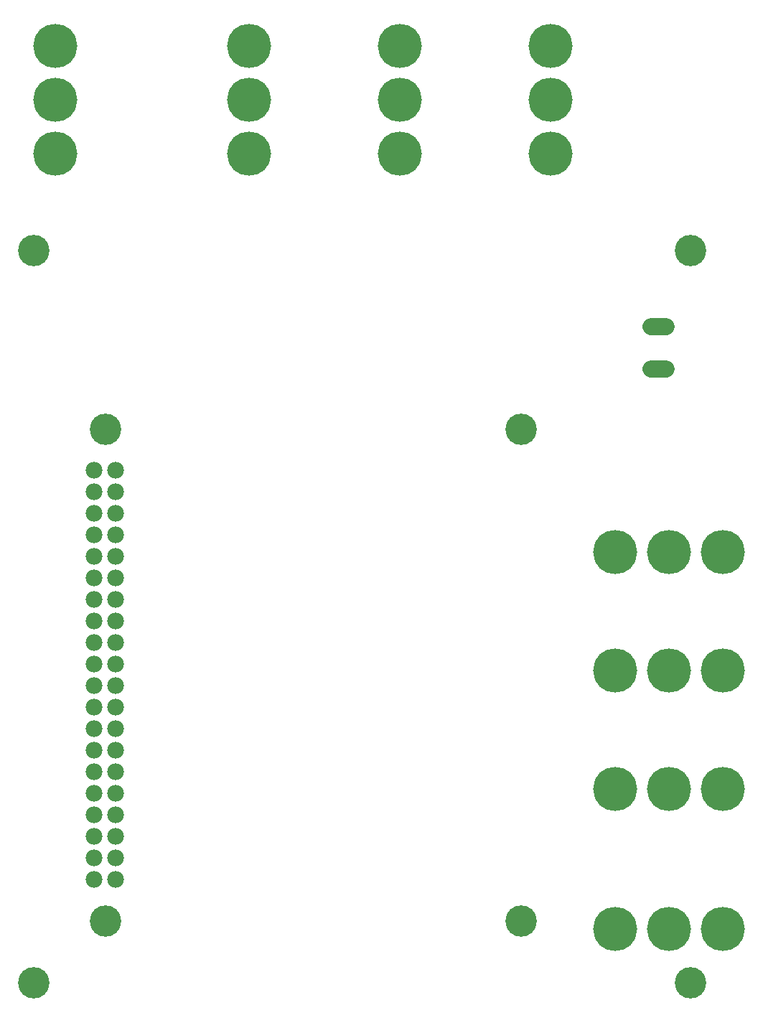
<source format=gbr>
G04 EAGLE Gerber RS-274X export*
G75*
%MOMM*%
%FSLAX34Y34*%
%LPD*%
%INSoldermask Top*%
%IPPOS*%
%AMOC8*
5,1,8,0,0,1.08239X$1,22.5*%
G01*
%ADD10C,5.203200*%
%ADD11C,3.703200*%
%ADD12C,1.981200*%
%ADD13C,1.993900*%


D10*
X736600Y419100D03*
X800100Y419100D03*
X863600Y419100D03*
X736600Y279400D03*
X800100Y279400D03*
X863600Y279400D03*
X736600Y114300D03*
X800100Y114300D03*
X863600Y114300D03*
X736600Y558800D03*
X800100Y558800D03*
X863600Y558800D03*
X304800Y1028700D03*
X304800Y1092200D03*
X304800Y1155700D03*
X482600Y1028700D03*
X482600Y1092200D03*
X482600Y1155700D03*
X660400Y1028700D03*
X660400Y1092200D03*
X660400Y1155700D03*
X76200Y1028700D03*
X76200Y1092200D03*
X76200Y1155700D03*
D11*
X50800Y914400D03*
X50800Y50800D03*
X825500Y50800D03*
X825500Y914400D03*
X625400Y123900D03*
X135400Y123900D03*
X135400Y703900D03*
X625400Y703900D03*
D12*
X121920Y172720D03*
X147320Y172720D03*
X121920Y198120D03*
X147320Y198120D03*
X147320Y223520D03*
X121920Y223520D03*
X121920Y248920D03*
X147320Y248920D03*
X147320Y274320D03*
X121920Y274320D03*
X121920Y299720D03*
X147320Y299720D03*
X147320Y325120D03*
X121920Y325120D03*
X121920Y350520D03*
X147320Y350520D03*
X147320Y375920D03*
X121920Y375920D03*
X121920Y401320D03*
X147320Y401320D03*
X147320Y426720D03*
X121920Y426720D03*
X121920Y452120D03*
X147320Y452120D03*
X147320Y477520D03*
X121920Y477520D03*
X121920Y502920D03*
X147320Y502920D03*
X147320Y528320D03*
X121920Y528320D03*
X121920Y553720D03*
X147320Y553720D03*
X147320Y579120D03*
X121920Y579120D03*
X121920Y604520D03*
X147320Y604520D03*
X147320Y629920D03*
X121920Y629920D03*
X121920Y655320D03*
X147320Y655320D03*
D13*
X778447Y775100D02*
X796354Y775100D01*
X796354Y825100D02*
X778447Y825100D01*
M02*

</source>
